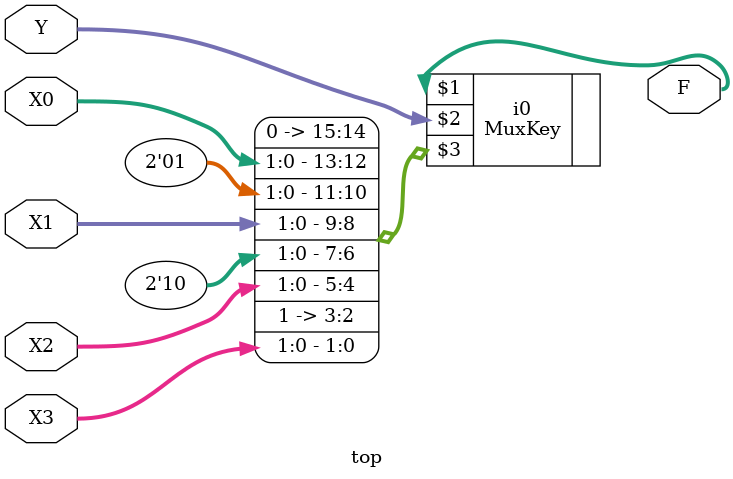
<source format=v>
module top(X0,X1,X2,X3,Y,F);
  input  [1:0] X0;
  input  [1:0] X1;
  input  [1:0] X2;
  input  [1:0] X3;
  input  [1:0] Y;
  output [1:0] F;
  MuxKey #(4, 2, 2) i0 (F, Y, {
    2'b00, X0,
    2'b01, X1,
    2'b10, X2,
    2'b11, X3
  });
endmodule

</source>
